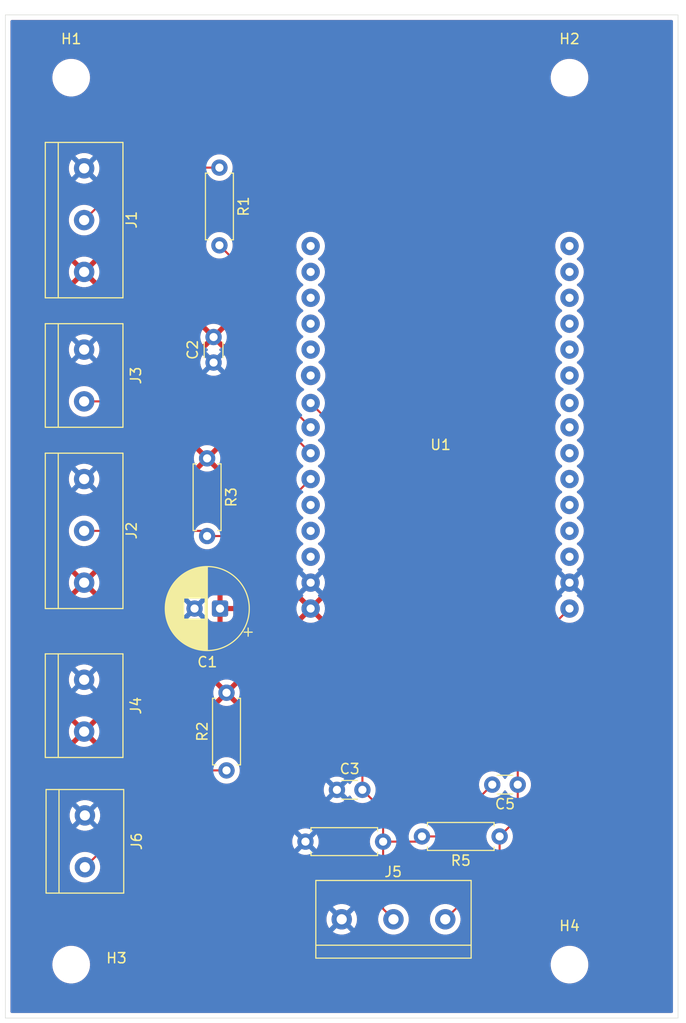
<source format=kicad_pcb>
(kicad_pcb (version 20241229) (generator "pcbnew") (generator_version "9.0")
  (layers (0 "F.Cu" signal) (2 "B.Cu" signal) (13 "F.Paste" user) (15 "B.Paste" user) (5 "F.SilkS" user "F.Silkscreen") (7 "B.SilkS" user "B.Silkscreen") (1 "F.Mask" user) (3 "B.Mask" user) (25 "Edge.Cuts" user))
  (net 0 "")
  (net 1 "GND")
  (net 2 "+5V")
  (net 3 "Net-(J1-Pin_2)")
  (net 4 "/GPIO26")
  (net 5 "/GPIO27")
  (net 6 "/GPIO33")
  (net 7 "Net-(J6-Pin_2)")
  (net 8 "/GPIO25")
  (net 11 "+3.3V")
  (footprint "ESP32_Custom_Footprints:TerminalBlock_bornier-3_P5.08mm" (layer "F.Cu") (at 168.275 81.28 -90)
    (property "Reference" "J2" (at 5.05 -4.65 90) (layer "F.SilkS"))
    (property "Value" "DS18B20 Terminal")
    (fp_line (start -2.54 3.81) (end 12.7 3.81) (stroke (width 0.12)) (layer "F.SilkS"))
    (fp_line (start -2.54 3.81) (end -2.54 -3.81) (stroke (width 0.12)) (layer "F.SilkS"))
    (fp_line (start 12.7 3.81) (end 12.7 -3.81) (stroke (width 0.12)) (layer "F.SilkS"))
    (fp_line (start -2.54 2.54) (end 12.7 2.54) (stroke (width 0.12)) (layer "F.SilkS"))
    (fp_line (start -2.54 -3.81) (end 12.7 -3.81) (stroke (width 0.12)) (layer "F.SilkS"))
    (pad "1" thru_hole circle (at 0 0 270) (size 2 2) (drill 1) (layers "*.Cu" "*.Mask") (net 1 "GND"))
    (pad "2" thru_hole circle (at 5.08 0 270) (size 2 2) (drill 1) (layers "*.Cu" "*.Mask") (net 4 "/GPIO26"))
    (pad "3" thru_hole circle (at 10.16 0 270) (size 2 2) (drill 1) (layers "*.Cu" "*.Mask") (net 2 "+5V"))
  )
  (footprint "ESP32_Custom_Footprints:C_Disc_D3.0mm_W1.6mm_P2.50mm" (layer "F.Cu") (at 193.08 111.76)
    (property "Reference" "C3" (at 1.25 -2.05 0) (layer "F.SilkS"))
    (property "Value" "0.1µF Ceramic Capacitor")
    (fp_line (start 0.485 -0.92) (end 2.015 -0.92) (stroke (width 0.12)) (layer "F.SilkS"))
    (fp_line (start 0.485 0.92) (end 2.015 0.92) (stroke (width 0.12)) (layer "F.SilkS"))
    (pad "1" thru_hole circle (at 0 0) (size 1.6 1.6) (drill 0.8) (layers "*.Cu" "*.Mask") (net 1 "GND"))
    (pad "2" thru_hole circle (at 2.5 0) (size 1.6 1.6) (drill 0.8) (layers "*.Cu" "*.Mask") (net 6 "/GPIO33"))
  )
  (footprint "ESP32_Custom_Footprints:CP_Radial_D8.0mm_P2.50mm" (layer "F.Cu") (at 181.61 93.98 180)
    (property "Reference" "C1" (at 1.25 -5.25 0) (layer "F.SilkS"))
    (property "Value" "1000µF C_Polarized")
    (fp_line (start 5.33 -0.533) (end 5.33 0.533) (stroke (width 0.12)) (layer "F.SilkS"))
    (fp_line (start 5.29 -0.768) (end 5.29 0.768) (stroke (width 0.12)) (layer "F.SilkS"))
    (fp_line (start 5.25 -0.947) (end 5.25 0.947) (stroke (width 0.12)) (layer "F.SilkS"))
    (fp_line (start 5.21 -1.097) (end 5.21 1.097) (stroke (width 0.12)) (layer "F.SilkS"))
    (fp_line (start 5.17 -1.228) (end 5.17 1.228) (stroke (width 0.12)) (layer "F.SilkS"))
    (fp_line (start 5.13 -1.346) (end 5.13 1.346) (stroke (width 0.12)) (layer "F.SilkS"))
    (fp_line (start 5.09 -1.453) (end 5.09 1.453) (stroke (width 0.12)) (layer "F.SilkS"))
    (fp_line (start 5.05 -1.552) (end 5.05 1.552) (stroke (width 0.12)) (layer "F.SilkS"))
    (fp_line (start 5.01 -1.644) (end 5.01 1.644) (stroke (width 0.12)) (layer "F.SilkS"))
    (fp_line (start 4.97 -1.731) (end 4.97 1.731) (stroke (width 0.12)) (layer "F.SilkS"))
    (fp_line (start 4.93 -1.813) (end 4.93 1.813) (stroke (width 0.12)) (layer "F.SilkS"))
    (fp_line (start 4.89 -1.89) (end 4.89 1.89) (stroke (width 0.12)) (layer "F.SilkS"))
    (fp_line (start 4.85 -1.964) (end 4.85 1.964) (stroke (width 0.12)) (layer "F.SilkS"))
    (fp_line (start 4.81 -2.034) (end 4.81 2.034) (stroke (width 0.12)) (layer "F.SilkS"))
    (fp_line (start 4.77 -2.101) (end 4.77 2.101) (stroke (width 0.12)) (layer "F.SilkS"))
    (fp_line (start 4.73 -2.165) (end 4.73 2.165) (stroke (width 0.12)) (layer "F.SilkS"))
    (fp_line (start 4.69 -2.227) (end 4.69 2.227) (stroke (width 0.12)) (layer "F.SilkS"))
    (fp_line (start 4.65 -2.287) (end 4.65 2.287) (stroke (width 0.12)) (layer "F.SilkS"))
    (fp_line (start 4.61 -2.344) (end 4.61 2.344) (stroke (width 0.12)) (layer "F.SilkS"))
    (fp_line (start 4.57 -2.4) (end 4.57 2.4) (stroke (width 0.12)) (layer "F.SilkS"))
    (fp_line (start 4.53 -2.453) (end 4.53 2.453) (stroke (width 0.12)) (layer "F.SilkS"))
    (fp_line (start 4.49 -2.505) (end 4.49 2.505) (stroke (width 0.12)) (layer "F.SilkS"))
    (fp_line (start 4.45 -2.555) (end 4.45 2.555) (stroke (width 0.12)) (layer "F.SilkS"))
    (fp_line (start 4.41 -2.604) (end 4.41 2.604) (stroke (width 0.12)) (layer "F.SilkS"))
    (fp_line (start 4.37 -2.651) (end 4.37 2.651) (stroke (width 0.12)) (layer "F.SilkS"))
    (fp_line (start 4.33 -2.696) (end 4.33 2.696) (stroke (width 0.12)) (layer "F.SilkS"))
    (fp_line (start 4.29 -2.741) (end 4.29 2.741) (stroke (width 0.12)) (layer "F.SilkS"))
    (fp_line (start 4.25 -2.784) (end 4.25 2.784) (stroke (width 0.12)) (layer "F.SilkS"))
    (fp_line (start 4.21 -2.826) (end 4.21 2.826) (stroke (width 0.12)) (layer "F.SilkS"))
    (fp_line (start 4.17 -2.867) (end 4.17 2.867) (stroke (width 0.12)) (layer "F.SilkS"))
    (fp_line (start 4.13 -2.906) (end 4.13 2.906) (stroke (width 0.12)) (layer "F.SilkS"))
    (fp_line (start 4.09 -2.945) (end 4.09 2.945) (stroke (width 0.12)) (layer "F.SilkS"))
    (fp_line (start 4.05 -2.982) (end 4.05 2.982) (stroke (width 0.12)) (layer "F.SilkS"))
    (fp_line (start 4.01 -3.019) (end 4.01 3.019) (stroke (width 0.12)) (layer "F.SilkS"))
    (fp_line (start 3.97 -3.055) (end 3.97 3.055) (stroke (width 0.12)) (layer "F.SilkS"))
    (fp_line (start 3.93 -3.089) (end 3.93 3.089) (stroke (width 0.12)) (layer "F.SilkS"))
    (fp_line (start 3.89 -3.123) (end 3.89 3.123) (stroke (width 0.12)) (layer "F.SilkS"))
    (fp_line (start 3.85 -3.156) (end 3.85 3.156) (stroke (width 0.12)) (layer "F.SilkS"))
    (fp_line (start 3.81 -3.188) (end 3.81 3.188) (stroke (width 0.12)) (layer "F.SilkS"))
    (fp_line (start 3.77 -3.219) (end 3.77 3.219) (stroke (width 0.12)) (layer "F.SilkS"))
    (fp_line (start 3.73 -3.25) (end 3.73 3.25) (stroke (width 0.12)) (layer "F.SilkS"))
    (fp_line (start 3.69 -3.28) (end 3.69 3.28) (stroke (width 0.12)) (layer "F.SilkS"))
    (fp_line (start 3.65 -3.309) (end 3.65 3.309) (stroke (width 0.12)) (layer "F.SilkS"))
    (fp_line (start 3.61 -3.337) (end 3.61 3.337) (stroke (width 0.12)) (layer "F.SilkS"))
    (fp_line (start 3.57 -3.365) (end 3.57 3.365) (stroke (width 0.12)) (layer "F.SilkS"))
    (fp_line (start 3.53 1.04) (end 3.53 3.392) (stroke (width 0.12)) (layer "F.SilkS"))
    (fp_line (start 3.53 -3.392) (end 3.53 -1.04) (stroke (width 0.12)) (layer "F.SilkS"))
    (fp_line (start 3.49 1.04) (end 3.49 3.418) (stroke (width 0.12)) (layer "F.SilkS"))
    (fp_line (start 3.49 -3.418) (end 3.49 -1.04) (stroke (width 0.12)) (layer "F.SilkS"))
    (fp_line (start 3.45 1.04) (end 3.45 3.443) (stroke (width 0.12)) (layer "F.SilkS"))
    (fp_line (start 3.45 -3.443) (end 3.45 -1.04) (stroke (width 0.12)) (layer "F.SilkS"))
    (fp_line (start 3.41 1.04) (end 3.41 3.468) (stroke (width 0.12)) (layer "F.SilkS"))
    (fp_line (start 3.41 -3.468) (end 3.41 -1.04) (stroke (width 0.12)) (layer "F.SilkS"))
    (fp_line (start 3.37 1.04) (end 3.37 3.493) (stroke (width 0.12)) (layer "F.SilkS"))
    (fp_line (start 3.37 -3.493) (end 3.37 -1.04) (stroke (width 0.12)) (layer "F.SilkS"))
    (fp_line (start 3.33 1.04) (end 3.33 3.516) (stroke (width 0.12)) (layer "F.SilkS"))
    (fp_line (start 3.33 -3.516) (end 3.33 -1.04) (stroke (width 0.12)) (layer "F.SilkS"))
    (fp_line (start 3.29 1.04) (end 3.29 3.539) (stroke (width 0.12)) (layer "F.SilkS"))
    (fp_line (start 3.29 -3.539) (end 3.29 -1.04) (stroke (width 0.12)) (layer "F.SilkS"))
    (fp_line (start 3.25 1.04) (end 3.25 3.562) (stroke (width 0.12)) (layer "F.SilkS"))
    (fp_line (start 3.25 -3.562) (end 3.25 -1.04) (stroke (width 0.12)) (layer "F.SilkS"))
    (fp_line (start 3.21 1.04) (end 3.21 3.584) (stroke (width 0.12)) (layer "F.SilkS"))
    (fp_line (start 3.21 -3.584) (end 3.21 -1.04) (stroke (width 0.12)) (layer "F.SilkS"))
    (fp_line (start 3.17 1.04) (end 3.17 3.605) (stroke (width 0.12)) (layer "F.SilkS"))
    (fp_line (start 3.17 -3.605) (end 3.17 -1.04) (stroke (width 0.12)) (layer "F.SilkS"))
    (fp_line (start 3.13 1.04) (end 3.13 3.626) (stroke (width 0.12)) (layer "F.SilkS"))
    (fp_line (start 3.13 -3.626) (end 3.13 -1.04) (stroke (width 0.12)) (layer "F.SilkS"))
    (fp_line (start 3.09 1.04) (end 3.09 3.646) (stroke (width 0.12)) (layer "F.SilkS"))
    (fp_line (start 3.09 -3.646) (end 3.09 -1.04) (stroke (width 0.12)) (layer "F.SilkS"))
    (fp_line (start 3.05 1.04) (end 3.05 3.666) (stroke (width 0.12)) (layer "F.SilkS"))
    (fp_line (start 3.05 -3.666) (end 3.05 -1.04) (stroke (width 0.12)) (layer "F.SilkS"))
    (fp_line (start 3.01 1.04) (end 3.01 3.685) (stroke (width 0.12)) (layer "F.SilkS"))
    (fp_line (start 3.01 -3.685) (end 3.01 -1.04) (stroke (width 0.12)) (layer "F.SilkS"))
    (fp_line (start 2.97 1.04) (end 2.97 3.704) (stroke (width 0.12)) (layer "F.SilkS"))
    (fp_line (start 2.97 -3.704) (end 2.97 -1.04) (stroke (width 0.12)) (layer "F.SilkS"))
    (fp_line (start 2.93 1.04) (end 2.93 3.722) (stroke (width 0.12)) (layer "F.SilkS"))
    (fp_line (start 2.93 -3.722) (end 2.93 -1.04) (stroke (width 0.12)) (layer "F.SilkS"))
    (fp_line (start 2.89 1.04) (end 2.89 3.74) (stroke (width 0.12)) (layer "F.SilkS"))
    (fp_line (start 2.89 -3.74) (end 2.89 -1.04) (stroke (width 0.12)) (layer "F.SilkS"))
    (fp_line (start 2.85 1.04) (end 2.85 3.757) (stroke (width 0.12)) (layer "F.SilkS"))
    (fp_line (start 2.85 -3.757) (end 2.85 -1.04) (stroke (width 0.12)) (layer "F.SilkS"))
    (fp_line (start 2.81 1.04) (end 2.81 3.773) (stroke (width 0.12)) (layer "F.SilkS"))
    (fp_line (start 2.81 -3.773) (end 2.81 -1.04) (stroke (width 0.12)) (layer "F.SilkS"))
    (fp_line (start 2.77 1.04) (end 2.77 3.789) (stroke (width 0.12)) (layer "F.SilkS"))
    (fp_line (start 2.77 -3.789) (end 2.77 -1.04) (stroke (width 0.12)) (layer "F.SilkS"))
    (fp_line (start 2.73 1.04) (end 2.73 3.805) (stroke (width 0.12)) (layer "F.SilkS"))
    (fp_line (start 2.73 -3.805) (end 2.73 -1.04) (stroke (width 0.12)) (layer "F.SilkS"))
    (fp_line (start 2.69 1.04) (end 2.69 3.82) (stroke (width 0.12)) (layer "F.SilkS"))
    (fp_line (start 2.69 -3.82) (end 2.69 -1.04) (stroke (width 0.12)) (layer "F.SilkS"))
    (fp_line (start 2.65 1.04) (end 2.65 3.835) (stroke (width 0.12)) (layer "F.SilkS"))
    (fp_line (start 2.65 -3.835) (end 2.65 -1.04) (stroke (width 0.12)) (layer "F.SilkS"))
    (fp_line (start 2.61 1.04) (end 2.61 3.849) (stroke (width 0.12)) (layer "F.SilkS"))
    (fp_line (start 2.61 -3.849) (end 2.61 -1.04) (stroke (width 0.12)) (layer "F.SilkS"))
    (fp_line (start 2.57 1.04) (end 2.57 3.863) (stroke (width 0.12)) (layer "F.SilkS"))
    (fp_line (start 2.57 -3.863) (end 2.57 -1.04) (stroke (width 0.12)) (layer "F.SilkS"))
    (fp_line (start 2.53 1.04) (end 2.53 3.876) (stroke (width 0.12)) (layer "F.SilkS"))
    (fp_line (start 2.53 -3.876) (end 2.53 -1.04) (stroke (width 0.12)) (layer "F.SilkS"))
    (fp_line (start 2.49 1.04) (end 2.49 3.889) (stroke (width 0.12)) (layer "F.SilkS"))
    (fp_line (start 2.49 -3.889) (end 2.49 -1.04) (stroke (width 0.12)) (layer "F.SilkS"))
    (fp_line (start 2.45 1.04) (end 2.45 3.901) (stroke (width 0.12)) (layer "F.SilkS"))
    (fp_line (start 2.45 -3.901) (end 2.45 -1.04) (stroke (width 0.12)) (layer "F.SilkS"))
    (fp_line (start 2.41 1.04) (end 2.41 3.913) (stroke (width 0.12)) (layer "F.SilkS"))
    (fp_line (start 2.41 -3.913) (end 2.41 -1.04) (stroke (width 0.12)) (layer "F.SilkS"))
    (fp_line (start 2.37 1.04) (end 2.37 3.925) (stroke (width 0.12)) (layer "F.SilkS"))
    (fp_line (start 2.37 -3.925) (end 2.37 -1.04) (stroke (width 0.12)) (layer "F.SilkS"))
    (fp_line (start 2.33 1.04) (end 2.33 3.936) (stroke (width 0.12)) (layer "F.SilkS"))
    (fp_line (start 2.33 -3.936) (end 2.33 -1.04) (stroke (width 0.12)) (layer "F.SilkS"))
    (fp_line (start 2.29 1.04) (end 2.29 3.947) (stroke (width 0.12)) (layer "F.SilkS"))
    (fp_line (start 2.29 -3.947) (end 2.29 -1.04) (stroke (width 0.12)) (layer "F.SilkS"))
    (fp_line (start 2.25 1.04) (end 2.25 3.957) (stroke (width 0.12)) (layer "F.SilkS"))
    (fp_line (start 2.25 -3.957) (end 2.25 -1.04) (stroke (width 0.12)) (layer "F.SilkS"))
    (fp_line (start 2.21 1.04) (end 2.21 3.967) (stroke (width 0.12)) (layer "F.SilkS"))
    (fp_line (start 2.21 -3.967) (end 2.21 -1.04) (stroke (width 0.12)) (layer "F.SilkS"))
    (fp_line (start 2.17 1.04) (end 2.17 3.976) (stroke (width 0.12)) (layer "F.SilkS"))
    (fp_line (start 2.17 -3.976) (end 2.17 -1.04) (stroke (width 0.12)) (layer "F.SilkS"))
    (fp_line (start 2.13 1.04) (end 2.13 3.985) (stroke (width 0.12)) (layer "F.SilkS"))
    (fp_line (start 2.13 -3.985) (end 2.13 -1.04) (stroke (width 0.12)) (layer "F.SilkS"))
    (fp_line (start 2.09 1.04) (end 2.09 3.993) (stroke (width 0.12)) (layer "F.SilkS"))
    (fp_line (start 2.09 -3.993) (end 2.09 -1.04) (stroke (width 0.12)) (layer "F.SilkS"))
    (fp_line (start 2.05 1.04) (end 2.05 4.002) (stroke (width 0.12)) (layer "F.SilkS"))
    (fp_line (start 2.05 -4.002) (end 2.05 -1.04) (stroke (width 0.12)) (layer "F.SilkS"))
    (fp_line (start 2.01 1.04) (end 2.01 4.009) (stroke (width 0.12)) (layer "F.SilkS"))
    (fp_line (start 2.01 -4.009) (end 2.01 -1.04) (stroke (width 0.12)) (layer "F.SilkS"))
    (fp_line (start 1.97 1.04) (end 1.97 4.017) (stroke (width 0.12)) (layer "F.SilkS"))
    (fp_line (start 1.97 -4.017) (end 1.97 -1.04) (stroke (width 0.12)) (layer "F.SilkS"))
    (fp_line (start 1.93 1.04) (end 1.93 4.023) (stroke (width 0.12)) (layer "F.SilkS"))
    (fp_line (start 1.93 -4.023) (end 1.93 -1.04) (stroke (width 0.12)) (layer "F.SilkS"))
    (fp_line (start 1.89 1.04) (end 1.89 4.03) (stroke (width 0.12)) (layer "F.SilkS"))
    (fp_line (start 1.89 -4.03) (end 1.89 -1.04) (stroke (width 0.12)) (layer "F.SilkS"))
    (fp_line (start 1.85 1.04) (end 1.85 4.036) (stroke (width 0.12)) (layer "F.SilkS"))
    (fp_line (start 1.85 -4.036) (end 1.85 -1.04) (stroke (width 0.12)) (layer "F.SilkS"))
    (fp_line (start 1.81 1.04) (end 1.81 4.042) (stroke (width 0.12)) (layer "F.SilkS"))
    (fp_line (start 1.81 -4.042) (end 1.81 -1.04) (stroke (width 0.12)) (layer "F.SilkS"))
    (fp_line (start 1.77 1.04) (end 1.77 4.047) (stroke (width 0.12)) (layer "F.SilkS"))
    (fp_line (start 1.77 -4.047) (end 1.77 -1.04) (stroke (width 0.12)) (layer "F.SilkS"))
    (fp_line (start 1.73 1.04) (end 1.73 4.052) (stroke (width 0.12)) (layer "F.SilkS"))
    (fp_line (start 1.73 -4.052) (end 1.73 -1.04) (stroke (width 0.12)) (layer "F.SilkS"))
    (fp_line (start 1.69 1.04) (end 1.69 4.056) (stroke (width 0.12)) (layer "F.SilkS"))
    (fp_line (start 1.69 -4.056) (end 1.69 -1.04) (stroke (width 0.12)) (layer "F.SilkS"))
    (fp_line (start 1.65 1.04) (end 1.65 4.061) (stroke (width 0.12)) (layer "F.SilkS"))
    (fp_line (start 1.65 -4.061) (end 1.65 -1.04) (stroke (width 0.12)) (layer "F.SilkS"))
    (fp_line (start 1.61 1.04) (end 1.61 4.064) (stroke (width 0.12)) (layer "F.SilkS"))
    (fp_line (start 1.61 -4.064) (end 1.61 -1.04) (stroke (width 0.12)) (layer "F.SilkS"))
    (fp_line (start 1.57 1.04) (end 1.57 4.068) (stroke (width 0.12)) (layer "F.SilkS"))
    (fp_line (start 1.57 -4.068) (end 1.57 -1.04) (stroke (width 0.12)) (layer "F.SilkS"))
    (fp_line (start 1.53 1.04) (end 1.53 4.07) (stroke (width 0.12)) (layer "F.SilkS"))
    (fp_line (start 1.53 -4.07) (end 1.53 -1.04) (stroke (width 0.12)) (layer "F.SilkS"))
    (fp_line (start 1.49 1.04) (end 1.49 4.073) (stroke (width 0.12)) (layer "F.SilkS"))
    (fp_line (start 1.49 -4.073) (end 1.49 -1.04) (stroke (width 0.12)) (layer "F.SilkS"))
    (fp_line (start 1.45 -4.075) (end 1.45 4.075) (stroke (width 0.12)) (layer "F.SilkS"))
    (fp_line (start 1.41 -4.077) (end 1.41 4.077) (stroke (width 0.12)) (layer "F.SilkS"))
    (fp_line (start 1.37 -4.078) (end 1.37 4.078) (stroke (width 0.12)) (layer "F.SilkS"))
    (fp_line (start 1.33 -4.079) (end 1.33 4.079) (stroke (width 0.12)) (layer "F.SilkS"))
    (fp_line (start 1.29 -4.08) (end 1.29 4.08) (stroke (width 0.12)) (layer "F.SilkS"))
    (fp_line (start 1.25 -4.08) (end 1.25 4.08) (stroke (width 0.12)) (layer "F.SilkS"))
    (fp_line (start -2.759698 -2.715) (end -2.759698 -1.915) (stroke (width 0.12)) (layer "F.SilkS"))
    (fp_line (start -3.159698 -2.315) (end -2.359698 -2.315) (stroke (width 0.12)) (layer "F.SilkS"))
    (fp_circle (center 1.25 0) (end 5.37 0) (stroke (width 0.12)) (fill no) (layer "F.SilkS"))
    (pad "1" thru_hole roundrect (at 0 0 180) (size 1.6 1.6) (drill 0.8) (layers "*.Cu" "*.Mask") (roundrect_rratio 0.15625) (net 2 "+5V"))
    (pad "2" thru_hole circle (at 2.5 0 180) (size 1.6 1.6) (drill 0.8) (layers "*.Cu" "*.Mask") (net 1 "GND"))
  )
  (footprint "ESP32_Custom_Footprints:ESP32-DevKit" (layer "F.Cu") (at 189 48.42)
    (property "Reference" "U1" (hide yes))
    (property "Value" "~" (hide yes))
    (fp_text user "${REFERENCE}" (at 14.25 29.5 0) (layer "F.SilkS"))
    (pad "1" thru_hole circle (at 1.5 10) (size 1.8 1.8) (drill 0.8) (layers "*.Cu" "*.Mask"))
    (pad "2" thru_hole circle (at 1.5 12.54) (size 1.8 1.8) (drill 0.8) (layers "*.Cu" "*.Mask"))
    (pad "3" thru_hole circle (at 1.5 15.08) (size 1.8 1.8) (drill 0.8) (layers "*.Cu" "*.Mask"))
    (pad "4" thru_hole circle (at 1.5 17.62) (size 1.8 1.8) (drill 0.8) (layers "*.Cu" "*.Mask"))
    (pad "5" thru_hole circle (at 1.5 20.16) (size 1.8 1.8) (drill 0.8) (layers "*.Cu" "*.Mask"))
    (pad "6" thru_hole circle (at 1.5 22.7) (size 1.9 1.9) (drill 0.8) (layers "*.Cu" "*.Mask"))
    (pad "7" thru_hole circle (at 1.5 25.4) (size 1.8 1.8) (drill 0.8) (layers "*.Cu" "*.Mask") (net 6 "/GPIO33"))
    (pad "8" thru_hole circle (at 1.5 27.78) (size 1.8 1.8) (drill 0.8) (layers "*.Cu" "*.Mask") (net 8 "/GPIO25"))
    (pad "9" thru_hole circle (at 1.5 32.86) (size 1.8 1.8) (drill 0.8) (layers "*.Cu" "*.Mask") (net 4 "/GPIO26"))
    (pad "10" thru_hole circle (at 1.5 30.32) (size 1.8 1.8) (drill 0.8) (layers "*.Cu" "*.Mask") (net 5 "/GPIO27"))
    (pad "11" thru_hole circle (at 1.5 35.4) (size 1.8 1.8) (drill 0.8) (layers "*.Cu" "*.Mask"))
    (pad "12" thru_hole circle (at 1.5 37.94) (size 1.8 1.8) (drill 0.8) (layers "*.Cu" "*.Mask"))
    (pad "13" thru_hole circle (at 1.5 40.48) (size 1.8 1.8) (drill 0.8) (layers "*.Cu" "*.Mask"))
    (pad "14" thru_hole circle (at 1.5 43.02) (size 1.8 1.8) (drill 0.8) (layers "*.Cu" "*.Mask") (net 1 "GND"))
    (pad "15" thru_hole circle (at 1.5 45.56) (size 1.8 1.8) (drill 0.8) (layers "*.Cu" "*.Mask") (net 2 "+5V"))
    (pad "16" thru_hole circle (at 26.9 10) (size 1.8 1.8) (drill 0.8) (layers "*.Cu" "*.Mask"))
    (pad "17" thru_hole circle (at 26.9 12.54) (size 1.8 1.8) (drill 0.8) (layers "*.Cu" "*.Mask"))
    (pad "18" thru_hole circle (at 26.9 15.08) (size 1.8 1.8) (drill 0.8) (layers "*.Cu" "*.Mask"))
    (pad "19" thru_hole circle (at 26.9 17.62) (size 1.8 1.8) (drill 0.8) (layers "*.Cu" "*.Mask"))
    (pad "20" thru_hole circle (at 26.9 20.16) (size 1.8 1.8) (drill 0.8) (layers "*.Cu" "*.Mask"))
    (pad "21" thru_hole circle (at 26.9 22.7) (size 1.8 1.8) (drill 0.8) (layers "*.Cu" "*.Mask"))
    (pad "22" thru_hole circle (at 26.9 25.4) (size 1.8 1.8) (drill 0.8) (layers "*.Cu" "*.Mask"))
    (pad "23" thru_hole circle (at 26.9 27.78) (size 1.8 1.8) (drill 0.8) (layers "*.Cu" "*.Mask"))
    (pad "24" thru_hole circle (at 26.9 30.32) (size 1.8 1.8) (drill 0.8) (layers "*.Cu" "*.Mask"))
    (pad "25" thru_hole circle (at 26.9 32.86) (size 1.8 1.8) (drill 0.8) (layers "*.Cu" "*.Mask"))
    (pad "26" thru_hole circle (at 26.9 35.4) (size 1.8 1.8) (drill 0.8) (layers "*.Cu" "*.Mask"))
    (pad "27" thru_hole circle (at 26.9 37.94) (size 1.8 1.8) (drill 0.8) (layers "*.Cu" "*.Mask"))
    (pad "28" thru_hole circle (at 26.9 40.48) (size 1.8 1.8) (drill 0.8) (layers "*.Cu" "*.Mask"))
    (pad "29" thru_hole circle (at 26.9 43.02) (size 1.8 1.8) (drill 0.8) (layers "*.Cu" "*.Mask") (net 1 "GND"))
    (pad "30" thru_hole circle (at 26.9 45.56) (size 1.8 1.8) (drill 0.8) (layers "*.Cu" "*.Mask") (net 11 "+3.3V"))
  )
  (footprint "ESP32_Custom_Footprints:MountingHole_3.2mm_M3_ISO7380" (layer "F.Cu") (at 167.005 128.905)
    (property "Reference" "H3" (at 4.445 -0.635 0) (layer "F.SilkS"))
    (property "Value" "MountingHole")
    (pad "" np_thru_hole circle (at 0 0) (size 3.2 3.2) (drill 3.2) (layers "*.Cu" "*.Mask"))
  )
  (footprint "ESP32_Custom_Footprints:R_Axial_DIN0207_L6.3mm_D2.5mm_P7.62mm_Horizontal" (layer "F.Cu") (at 182.245 109.855 90)
    (property "Reference" "R2" (at 3.81 -2.37 90) (layer "F.SilkS"))
    (property "Value" "220Ω")
    (fp_line (start 7.08 -1.37) (end 7.08 -1.04) (stroke (width 0.12)) (layer "F.SilkS"))
    (fp_line (start 0.54 -1.37) (end 7.08 -1.37) (stroke (width 0.12)) (layer "F.SilkS"))
    (fp_line (start 0.54 -1.04) (end 0.54 -1.37) (stroke (width 0.12)) (layer "F.SilkS"))
    (fp_line (start 0.54 1.04) (end 0.54 1.37) (stroke (width 0.12)) (layer "F.SilkS"))
    (fp_line (start 7.08 1.37) (end 7.08 1.04) (stroke (width 0.12)) (layer "F.SilkS"))
    (fp_line (start 0.54 1.37) (end 7.08 1.37) (stroke (width 0.12)) (layer "F.SilkS"))
    (pad "1" thru_hole circle (at 0 0 90) (size 1.6 1.6) (drill 0.8) (layers "*.Cu" "*.Mask") (net 7 "Net-(J6-Pin_2)"))
    (pad "2" thru_hole circle (at 7.62 0 90) (size 1.6 1.6) (drill 0.8) (layers "*.Cu" "*.Mask") (net 2 "+5V"))
  )
  (footprint "ESP32_Custom_Footprints:R_Axial_DIN0207_L6.3mm_D2.5mm_P7.62mm_Horizontal" (layer "F.Cu") (at 181.55 50.73 -90)
    (property "Reference" "R1" (at 3.81 -2.37 90) (layer "F.SilkS"))
    (property "Value" "300Ω")
    (fp_line (start 0.54 1.37) (end 7.08 1.37) (stroke (width 0.12)) (layer "F.SilkS"))
    (fp_line (start 7.08 1.37) (end 7.08 1.04) (stroke (width 0.12)) (layer "F.SilkS"))
    (fp_line (start 0.54 1.04) (end 0.54 1.37) (stroke (width 0.12)) (layer "F.SilkS"))
    (fp_line (start 0.54 -1.04) (end 0.54 -1.37) (stroke (width 0.12)) (layer "F.SilkS"))
    (fp_line (start 0.54 -1.37) (end 7.08 -1.37) (stroke (width 0.12)) (layer "F.SilkS"))
    (fp_line (start 7.08 -1.37) (end 7.08 -1.04) (stroke (width 0.12)) (layer "F.SilkS"))
    (pad "1" thru_hole circle (at 0 0 270) (size 1.6 1.6) (drill 0.8) (layers "*.Cu" "*.Mask") (net 3 "Net-(J1-Pin_2)"))
    (pad "2" thru_hole circle (at 7.62 0 270) (size 1.6 1.6) (drill 0.8) (layers "*.Cu" "*.Mask") (net 8 "/GPIO25"))
  )
  (footprint "ESP32_Custom_Footprints:C_Disc_D3.0mm_W1.6mm_P2.50mm" (layer "F.Cu") (at 180.975 69.85 90)
    (property "Reference" "C2" (at 1.25 -2.05 90) (layer "F.SilkS"))
    (property "Value" "0.1µF Ceramic Capacitor")
    (fp_line (start 0.485 -0.92) (end 2.015 -0.92) (stroke (width 0.12)) (layer "F.SilkS"))
    (fp_line (start 0.485 0.92) (end 2.015 0.92) (stroke (width 0.12)) (layer "F.SilkS"))
    (pad "1" thru_hole circle (at 0 0 90) (size 1.6 1.6) (drill 0.8) (layers "*.Cu" "*.Mask") (net 1 "GND"))
    (pad "2" thru_hole circle (at 2.5 0 90) (size 1.6 1.6) (drill 0.8) (layers "*.Cu" "*.Mask") (net 2 "+5V"))
  )
  (footprint "ESP32_Custom_Footprints:MountingHole_3.2mm_M3_ISO7380" (layer "F.Cu") (at 215.9 41.91)
    (property "Reference" "H2" (at 0 -3.8 0) (layer "F.SilkS"))
    (property "Value" "MountingHole")
    (pad "" np_thru_hole circle (at 0 0) (size 3.2 3.2) (drill 3.2) (layers "*.Cu" "*.Mask"))
  )
  (footprint "ESP32_Custom_Footprints:MountingHole_3.2mm_M3_ISO7380" (layer "F.Cu") (at 167.005 41.91)
    (property "Reference" "H1" (at 0 -3.8 0) (layer "F.SilkS"))
    (property "Value" "MountingHole")
    (pad "" np_thru_hole circle (at 0 0) (size 3.2 3.2) (drill 3.2) (layers "*.Cu" "*.Mask"))
  )
  (footprint "ESP32_Custom_Footprints:TerminalBlock_bornier-2_P5.08mm" (layer "F.Cu") (at 168.275 68.58 -90)
    (property "Reference" "J3" (at 2.54 -5.08 270) (layer "F.SilkS"))
    (property "Value" "SSR_25DA Terminal")
    (fp_line (start -2.54 3.81) (end 7.62 3.81) (stroke (width 0.12)) (layer "F.SilkS"))
    (fp_line (start 7.62 3.81) (end 7.62 -3.81) (stroke (width 0.12)) (layer "F.SilkS"))
    (fp_line (start 7.62 2.54) (end -2.54 2.54) (stroke (width 0.12)) (layer "F.SilkS"))
    (fp_line (start -2.54 -3.81) (end -2.54 3.81) (stroke (width 0.12)) (layer "F.SilkS"))
    (fp_line (start 7.62 -3.81) (end -2.54 -3.81) (stroke (width 0.12)) (layer "F.SilkS"))
    (pad "1" thru_hole circle (at 0 0 270) (size 2 2) (drill 1) (layers "*.Cu" "*.Mask") (net 1 "GND"))
    (pad "2" thru_hole circle (at 5.08 0 270) (size 2 2) (drill 1) (layers "*.Cu" "*.Mask") (net 5 "/GPIO27"))
  )
  (footprint "ESP32_Custom_Footprints:C_Disc_D3.0mm_W1.6mm_P2.50mm" (layer "F.Cu") (at 208.32 111.252)
    (property "Reference" "C5" (at 1.25 1.905 0) (layer "F.SilkS"))
    (property "Value" "0.1µF Ceramic Capacitor")
    (fp_line (start 0.485 -0.92) (end 2.015 -0.92) (stroke (width 0.12)) (layer "F.SilkS"))
    (fp_line (start 0.485 0.92) (end 2.015 0.92) (stroke (width 0.12)) (layer "F.SilkS"))
    (pad "1" thru_hole circle (at 0 0) (size 1.6 1.6) (drill 0.8) (layers "*.Cu" "*.Mask") (net 6 "/GPIO33"))
    (pad "2" thru_hole circle (at 2.5 0) (size 1.6 1.6) (drill 0.8) (layers "*.Cu" "*.Mask") (net 11 "+3.3V"))
  )
  (footprint "ESP32_Custom_Footprints:R_Axial_DIN0207_L6.3mm_D2.5mm_P7.62mm_Horizontal" (layer "F.Cu") (at 180.34 79.248 -90)
    (property "Reference" "R3" (at 3.81 -2.37 90) (layer "F.SilkS"))
    (property "Value" "4.7KΩ")
    (fp_line (start 0.54 1.37) (end 7.08 1.37) (stroke (width 0.12)) (layer "F.SilkS"))
    (fp_line (start 7.08 1.37) (end 7.08 1.04) (stroke (width 0.12)) (layer "F.SilkS"))
    (fp_line (start 0.54 1.04) (end 0.54 1.37) (stroke (width 0.12)) (layer "F.SilkS"))
    (fp_line (start 0.54 -1.04) (end 0.54 -1.37) (stroke (width 0.12)) (layer "F.SilkS"))
    (fp_line (start 0.54 -1.37) (end 7.08 -1.37) (stroke (width 0.12)) (layer "F.SilkS"))
    (fp_line (start 7.08 -1.37) (end 7.08 -1.04) (stroke (width 0.12)) (layer "F.SilkS"))
    (pad "1" thru_hole circle (at 0 0 270) (size 1.6 1.6) (drill 0.8) (layers "*.Cu" "*.Mask") (net 2 "+5V"))
    (pad "2" thru_hole circle (at 7.62 0 270) (size 1.6 1.6) (drill 0.8) (layers "*.Cu" "*.Mask") (net 4 "/GPIO26"))
  )
  (footprint "ESP32_Custom_Footprints:R_Axial_DIN0207_L6.3mm_D2.5mm_P7.62mm_Horizontal" (layer "F.Cu") (at 197.612 116.84 180)
    (property "Reference" "R4" (hide yes))
    (property "Value" "10K")
    (fp_line (start 7.08 1.37) (end 7.08 1.04) (stroke (width 0.12)) (layer "F.SilkS"))
    (fp_line (start 7.08 -1.37) (end 7.08 -1.04) (stroke (width 0.12)) (layer "F.SilkS"))
    (fp_line (start 0.54 1.37) (end 7.08 1.37) (stroke (width 0.12)) (layer "F.SilkS"))
    (fp_line (start 0.54 1.04) (end 0.54 1.37) (stroke (width 0.12)) (layer "F.SilkS"))
    (fp_line (start 0.54 -1.04) (end 0.54 -1.37) (stroke (width 0.12)) (layer "F.SilkS"))
    (fp_line (start 0.54 -1.37) (end 7.08 -1.37) (stroke (width 0.12)) (layer "F.SilkS"))
    (pad "1" thru_hole circle (at 0 0 180) (size 1.6 1.6) (drill 0.8) (layers "*.Cu" "*.Mask") (net 6 "/GPIO33"))
    (pad "2" thru_hole circle (at 7.62 0 180) (size 1.6 1.6) (drill 0.8) (layers "*.Cu" "*.Mask") (net 1 "GND"))
  )
  (footprint "ESP32_Custom_Footprints:R_Axial_DIN0207_L6.3mm_D2.5mm_P7.62mm_Horizontal" (layer "F.Cu") (at 209.042 116.332 180)
    (property "Reference" "R5" (at 3.81 -2.37 0) (layer "F.SilkS"))
    (property "Value" "10K")
    (fp_line (start 7.08 1.37) (end 7.08 1.04) (stroke (width 0.12)) (layer "F.SilkS"))
    (fp_line (start 7.08 -1.37) (end 7.08 -1.04) (stroke (width 0.12)) (layer "F.SilkS"))
    (fp_line (start 0.54 1.37) (end 7.08 1.37) (stroke (width 0.12)) (layer "F.SilkS"))
    (fp_line (start 0.54 1.04) (end 0.54 1.37) (stroke (width 0.12)) (layer "F.SilkS"))
    (fp_line (start 0.54 -1.04) (end 0.54 -1.37) (stroke (width 0.12)) (layer "F.SilkS"))
    (fp_line (start 0.54 -1.37) (end 7.08 -1.37) (stroke (width 0.12)) (layer "F.SilkS"))
    (pad "1" thru_hole circle (at 0 0 180) (size 1.6 1.6) (drill 0.8) (layers "*.Cu" "*.Mask") (net 11 "+3.3V"))
    (pad "2" thru_hole circle (at 7.62 0 180) (size 1.6 1.6) (drill 0.8) (layers "*.Cu" "*.Mask") (net 6 "/GPIO33"))
  )
  (footprint "ESP32_Custom_Footprints:MountingHole_3.2mm_M3_ISO7380" (layer "F.Cu") (at 215.9 128.905)
    (property "Reference" "H4" (at 0 -3.8 0) (layer "F.SilkS"))
    (property "Value" "MountingHole")
    (pad "" np_thru_hole circle (at 0 0) (size 3.2 3.2) (drill 3.2) (layers "*.Cu" "*.Mask"))
  )
  (footprint "ESP32_Custom_Footprints:TerminalBlock_bornier-3_P5.08mm" (layer "F.Cu") (at 168.275 50.8 -90)
    (property "Reference" "J1" (at 5.05 -4.65 90) (layer "F.SilkS"))
    (property "Value" "RGB LED Terminal")
    (fp_line (start -2.54 3.81) (end 12.7 3.81) (stroke (width 0.12)) (layer "F.SilkS"))
    (fp_line (start -2.54 3.81) (end -2.54 -3.81) (stroke (width 0.12)) (layer "F.SilkS"))
    (fp_line (start 12.7 3.81) (end 12.7 -3.81) (stroke (width 0.12)) (layer "F.SilkS"))
    (fp_line (start -2.54 2.54) (end 12.7 2.54) (stroke (width 0.12)) (layer "F.SilkS"))
    (fp_line (start -2.54 -3.81) (end 12.7 -3.81) (stroke (width 0.12)) (layer "F.SilkS"))
    (pad "1" thru_hole circle (at 0 0 270) (size 2 2) (drill 1) (layers "*.Cu" "*.Mask") (net 1 "GND"))
    (pad "2" thru_hole circle (at 5.08 0 270) (size 2 2) (drill 1) (layers "*.Cu" "*.Mask") (net 3 "Net-(J1-Pin_2)"))
    (pad "3" thru_hole circle (at 10.16 0 270) (size 2 2) (drill 1) (layers "*.Cu" "*.Mask") (net 2 "+5V"))
  )
  (footprint "ESP32_Custom_Footprints:TerminalBlock_bornier-3_P5.08mm" (layer "F.Cu") (at 193.548 124.46)
    (property "Reference" "J5" (at 5.05 -4.65 0) (layer "F.SilkS"))
    (property "Value" "SCT-013-020 Current Sensor Terminal")
    (fp_line (start -2.54 -3.81) (end 12.7 -3.81) (stroke (width 0.12)) (layer "F.SilkS"))
    (fp_line (start -2.54 2.54) (end 12.7 2.54) (stroke (width 0.12)) (layer "F.SilkS"))
    (fp_line (start -2.54 3.81) (end -2.54 -3.81) (stroke (width 0.12)) (layer "F.SilkS"))
    (fp_line (start -2.54 3.81) (end 12.7 3.81) (stroke (width 0.12)) (layer "F.SilkS"))
    (fp_line (start 12.7 3.81) (end 12.7 -3.81) (stroke (width 0.12)) (layer "F.SilkS"))
    (pad "1" thru_hole circle (at 0 0) (size 2 2) (drill 1) (layers "*.Cu" "*.Mask") (net 1 "GND"))
    (pad "2" thru_hole circle (at 5.08 0) (size 2 2) (drill 1) (layers "*.Cu" "*.Mask") (net 6 "/GPIO33"))
    (pad "3" thru_hole circle (at 10.16 0) (size 2 2) (drill 1) (layers "*.Cu" "*.Mask") (net 11 "+3.3V"))
  )
  (footprint "ESP32_Custom_Footprints:TerminalBlock_bornier-2_P5.08mm" (layer "F.Cu") (at 168.275 100.965 -90)
    (property "Reference" "J4" (at 2.54 -5.08 270) (layer "F.SilkS"))
    (property "Value" "Power Input Terminal")
    (fp_line (start -2.54 3.81) (end 7.62 3.81) (stroke (width 0.12)) (layer "F.SilkS"))
    (fp_line (start 7.62 3.81) (end 7.62 -3.81) (stroke (width 0.12)) (layer "F.SilkS"))
    (fp_line (start 7.62 2.54) (end -2.54 2.54) (stroke (width 0.12)) (layer "F.SilkS"))
    (fp_line (start -2.54 -3.81) (end -2.54 3.81) (stroke (width 0.12)) (layer "F.SilkS"))
    (fp_line (start 7.62 -3.81) (end -2.54 -3.81) (stroke (width 0.12)) (layer "F.SilkS"))
    (pad "1" thru_hole circle (at 0 0 270) (size 2 2) (drill 1) (layers "*.Cu" "*.Mask") (net 1 "GND"))
    (pad "2" thru_hole circle (at 5.08 0 270) (size 2 2) (drill 1) (layers "*.Cu" "*.Mask") (net 2 "+5V"))
  )
  (footprint "ESP32_Custom_Footprints:TerminalBlock_bornier-2_P5.08mm" (layer "F.Cu") (at 168.35 114.27 -90)
    (property "Reference" "J6" (at 2.54 -5.08 270) (layer "F.SilkS"))
    (property "Value" "Red LED Power Indecator")
    (fp_line (start -2.54 3.81) (end 7.62 3.81) (stroke (width 0.12)) (layer "F.SilkS"))
    (fp_line (start 7.62 3.81) (end 7.62 -3.81) (stroke (width 0.12)) (layer "F.SilkS"))
    (fp_line (start 7.62 2.54) (end -2.54 2.54) (stroke (width 0.12)) (layer "F.SilkS"))
    (fp_line (start -2.54 -3.81) (end -2.54 3.81) (stroke (width 0.12)) (layer "F.SilkS"))
    (fp_line (start 7.62 -3.81) (end -2.54 -3.81) (stroke (width 0.12)) (layer "F.SilkS"))
    (pad "1" thru_hole circle (at 0 0 270) (size 2 2) (drill 1) (layers "*.Cu" "*.Mask") (net 1 "GND"))
    (pad "2" thru_hole circle (at 5.08 0 270) (size 2 2) (drill 1) (layers "*.Cu" "*.Mask") (net 7 "Net-(J6-Pin_2)"))
  )
  (gr_line (start 160.55 134.15) (end 160.55 35.75) (stroke (width 0.05)) (layer "Edge.Cuts"))
  (gr_line (start 160.55 35.75) (end 160.95 35.75) (stroke (width 0.05)) (layer "Edge.Cuts"))
  (gr_line (start 226.55 35.75) (end 226.55 134.15) (stroke (width 0.05)) (layer "Edge.Cuts"))
  (gr_line (start 226.55 134.15) (end 160.55 134.15) (stroke (width 0.05)) (layer "Edge.Cuts"))
  (gr_line (start 160.95 35.75) (end 226.55 35.75) (stroke (width 0.05)) (layer "Edge.Cuts"))
  (segment (start 168.275 55.88) (end 173.425 50.73) (width 0.2) (layer "F.Cu") (net 3))
  (segment (start 173.425 50.73) (end 181.55 50.73) (width 0.2) (layer "F.Cu") (net 3))
  (segment (start 184.912 86.868) (end 190.5 81.28) (width 0.2) (layer "F.Cu") (net 4))
  (segment (start 179.832 86.36) (end 180.34 86.868) (width 0.2) (layer "F.Cu") (net 4))
  (segment (start 180.34 86.868) (end 184.912 86.868) (width 0.2) (layer "F.Cu") (net 4))
  (segment (start 168.275 86.36) (end 179.832 86.36) (width 0.2) (layer "F.Cu") (net 4))
  (segment (start 168.275 73.66) (end 185.42 73.66) (width 0.2) (layer "F.Cu") (net 5))
  (segment (start 185.42 73.66) (end 190.5 78.74) (width 0.2) (layer "F.Cu") (net 5))
  (segment (start 197.612 113.792) (end 195.58 111.76) (width 0.2) (layer "F.Cu") (net 6))
  (segment (start 195.58 78.9) (end 190.5 73.82) (width 0.2) (layer "F.Cu") (net 6))
  (segment (start 200.914 116.84) (end 201.422 116.332) (width 0.2) (layer "F.Cu") (net 6))
  (segment (start 197.612 123.444) (end 197.612 116.84) (width 0.2) (layer "F.Cu") (net 6))
  (segment (start 195.58 111.76) (end 195.58 78.9) (width 0.2) (layer "F.Cu") (net 6))
  (segment (start 198.628 124.46) (end 197.612 123.444) (width 0.2) (layer "F.Cu") (net 6))
  (segment (start 197.612 116.84) (end 197.612 113.792) (width 0.2) (layer "F.Cu") (net 6))
  (segment (start 208.32 111.252) (end 208.788 111.252) (width 0.2) (layer "F.Cu") (net 6))
  (segment (start 203.24 116.332) (end 208.32 111.252) (width 0.2) (layer "F.Cu") (net 6))
  (segment (start 201.422 116.332) (end 203.24 116.332) (width 0.2) (layer "F.Cu") (net 6))
  (segment (start 197.612 116.84) (end 200.914 116.84) (width 0.2) (layer "F.Cu") (net 6))
  (segment (start 177.845 109.855) (end 182.245 109.855) (width 0.2) (layer "F.Cu") (net 7))
  (segment (start 168.35 119.35) (end 177.845 109.855) (width 0.2) (layer "F.Cu") (net 7))
  (segment (start 185.42 71.12) (end 190.5 76.2) (width 0.2) (layer "F.Cu") (net 8))
  (segment (start 185.42 62.22) (end 185.42 71.12) (width 0.2) (layer "F.Cu") (net 8))
  (segment (start 181.55 58.35) (end 185.42 62.22) (width 0.2) (layer "F.Cu") (net 8))
  (segment (start 209.042 116.332) (end 210.82 114.554) (width 0.2) (layer "F.Cu") (net 11))
  (segment (start 210.82 111.252) (end 210.82 99.06) (width 0.2) (layer "F.Cu") (net 11))
  (segment (start 210.82 114.554) (end 210.82 111.252) (width 0.2) (layer "F.Cu") (net 11))
  (segment (start 203.708 124.46) (end 209.042 119.126) (width 0.2) (layer "F.Cu") (net 11))
  (segment (start 210.82 99.06) (end 215.9 93.98) (width 0.2) (layer "F.Cu") (net 11))
  (segment (start 209.042 119.126) (end 209.042 116.332) (width 0.2) (layer "F.Cu") (net 11))
  (zone (net 2) (net_name "+5V") (layer "F.Cu") (priority 2) (connect_pads (clearance 0.5)) (min_thickness 0.25) (fill yes (thermal_gap 0.5) (thermal_bridge_width 0.5))
    (polygon (pts (xy 160.02 34.925) (xy 227.33 34.925) (xy 227.33 133.985) (xy 226.695 134.62) (xy 160.02 134.62)))
  )
  (zone (net 1) (net_name "GND") (layer "B.Cu") (connect_pads (clearance 0.5)) (min_thickness 0.25) (fill yes (thermal_gap 0.5) (thermal_bridge_width 0.5))
    (polygon (pts (xy 160.02 34.925) (xy 227.33 34.925) (xy 226.695 134.62) (xy 160.02 134.62) (xy 160.02 34.29)))
  )
)
</source>
